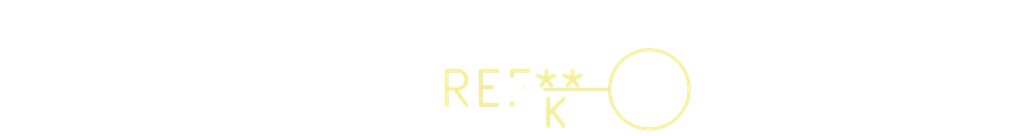
<source format=kicad_pcb>
(kicad_pcb (version 20240108) (generator pcbnew)
  (layers (0 "F.Cu" signal) (31 "B.Cu" signal) (34 "B.Paste" user) (35 "F.Paste" user) (36 "B.SilkS" user "B.Silkscreen") (37 "F.SilkS" user "F.Silkscreen") (38 "B.Mask" user) (39 "F.Mask" user) (44 "Edge.Cuts" user))
  (net 0 "")
  (footprint "D_A-405_P5.08mm_Vertical_KathodeUp" (layer "F.Cu") (at 0 0)
    (property "Reference" "REF**")
    (property "Value" "D_A-405_P5.08mm_Vertical_KathodeUp")
    (fp_line (start 3.61 0) (end 1.2 0) (layer "F.SilkS") (stroke (width 0.12)))
    (fp_circle (center 5.08 0) (end 6.55 0) (layer "F.SilkS") (stroke (width 0.12)) (fill none))
    (fp_text user "K" (at 1.6 0.9 0) (layer "F.SilkS"))
    (pad "1" thru_hole rect (at 0 0) (size 1.8 1.8) (drill 0.9) (layers *.Cu *.Mask) (remove_unused_layers))
    (pad "2" thru_hole oval (at 5.08 0) (size 1.8 1.8) (drill 0.9) (layers *.Cu *.Mask) (remove_unused_layers))
  )
)
</source>
